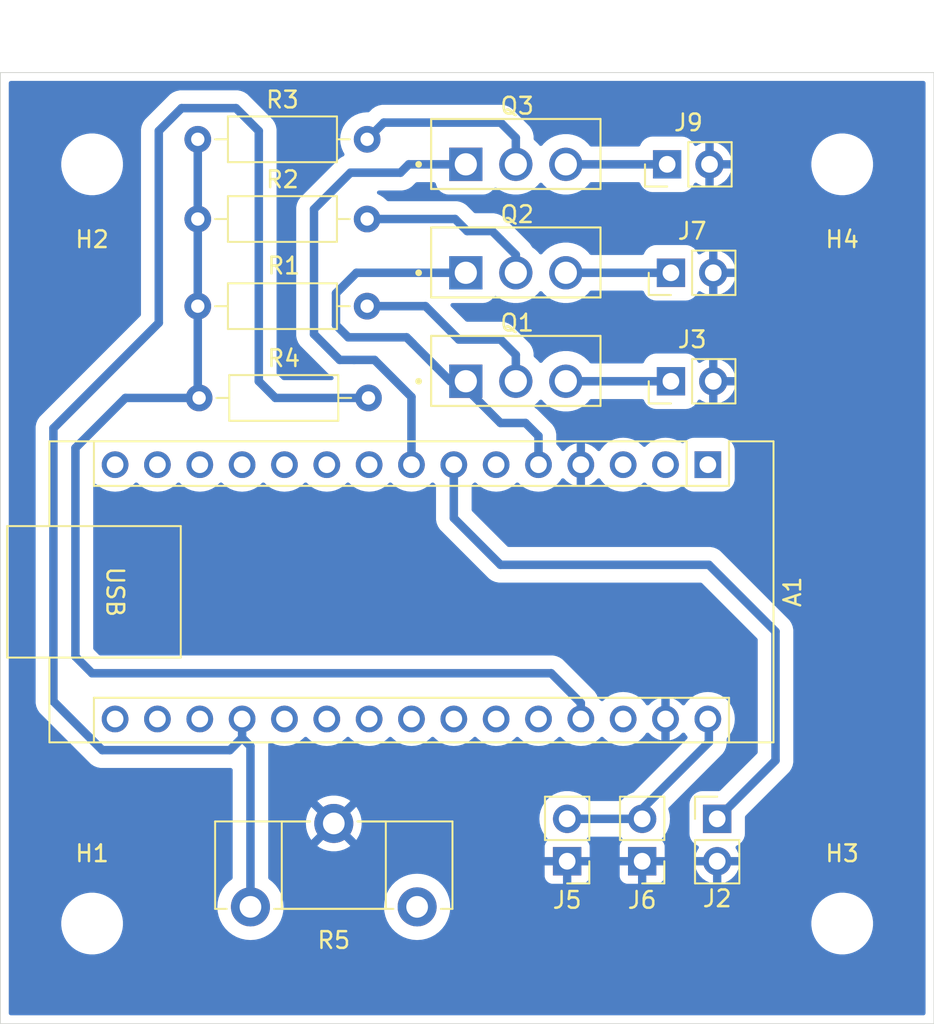
<source format=kicad_pcb>
(kicad_pcb (version 20240108) (generator "pcbnew") (generator_version "8.0")
  (title_block (title "Emily Song") (date "2025-02-25") (rev "v1.3.0") (company "Duke University"))
  (layers (0 "F.Cu" signal) (31 "B.Cu" signal) (34 "B.Paste" user) (35 "F.Paste" user) (36 "B.SilkS" user "B.Silkscreen") (37 "F.SilkS" user "F.Silkscreen") (38 "B.Mask" user) (39 "F.Mask" user) (44 "Edge.Cuts" user))
  (net 0 "")
  (net 2 "+9V")
  (net 4 "+5V")
  (net 9 "/TRIGGER")
  (net 12 "/LED_OUT")
  (net 21 "/NOSE_LED_OUT")
  (net 26 "GND")
  (net 29 "/BRIGHT_IN")
  (net 30 "/leds/EYE1")
  (net 31 "/leds/EYE2")
  (net 32 "/leds/NOSE")
  (net 33 "Net-(Q1-Pad2)")
  (net 34 "Net-(Q2-Pad2)")
  (net 35 "Net-(Q3-Pad2)")
  (footprint "Resistor_THT:R_Axial_DIN0207_L6.3mm_D2.5mm_P10.16mm_Horizontal" (layer "F.Cu") (at 62.92 102.5)
    (property "Reference" "R4" (at 5.08 -2.37 0) (layer "F.SilkS"))
    (property "Value" "10k")
    (fp_line (start 1.04 0) (end 1.81 0) (stroke (width 0.12)) (layer "F.SilkS"))
    (fp_line (start 1.81 -1.37) (end 1.81 1.37) (stroke (width 0.12)) (layer "F.SilkS"))
    (fp_line (start 1.81 1.37) (end 8.35 1.37) (stroke (width 0.12)) (layer "F.SilkS"))
    (fp_line (start 8.35 -1.37) (end 1.81 -1.37) (stroke (width 0.12)) (layer "F.SilkS"))
    (fp_line (start 8.35 1.37) (end 8.35 -1.37) (stroke (width 0.12)) (layer "F.SilkS"))
    (fp_line (start 9.12 0) (end 8.35 0) (stroke (width 0.12)) (layer "F.SilkS"))
    (pad "1" thru_hole circle (at 0 0) (size 1.6 1.6) (drill 0.8) (layers "*.Cu" "*.Mask") (net 4 "+5V"))
    (pad "2" thru_hole oval (at 10.16 0) (size 1.6 1.6) (drill 0.8) (layers "*.Cu" "*.Mask") (net 29 "/BRIGHT_IN"))
  )
  (footprint "Connector_PinHeader_2.54mm:PinHeader_1x02_P2.54mm_Vertical" (layer "F.Cu") (at 91.225 95 90)
    (property "Reference" "J7" (at 2.5 1.275 0) (layer "F.SilkS"))
    (property "Value" "Conn_01x02_Pin")
    (fp_line (start -1.33 -1.33) (end 0 -1.33) (stroke (width 0.12)) (layer "F.SilkS"))
    (fp_line (start -1.33 0) (end -1.33 -1.33) (stroke (width 0.12)) (layer "F.SilkS"))
    (fp_line (start 1.33 1.27) (end 1.33 3.87) (stroke (width 0.12)) (layer "F.SilkS"))
    (fp_line (start -1.33 1.27) (end 1.33 1.27) (stroke (width 0.12)) (layer "F.SilkS"))
    (fp_line (start -1.33 1.27) (end -1.33 3.87) (stroke (width 0.12)) (layer "F.SilkS"))
    (fp_line (start -1.33 3.87) (end 1.33 3.87) (stroke (width 0.12)) (layer "F.SilkS"))
    (pad "1" thru_hole rect (at 0 0 90) (size 1.7 1.7) (drill 1) (layers "*.Cu" "*.Mask") (net 31 "/leds/EYE2"))
    (pad "2" thru_hole oval (at 0 2.54 90) (size 1.7 1.7) (drill 1) (layers "*.Cu" "*.Mask") (net 26 "GND"))
  )
  (footprint "MountingHole:MountingHole_3.2mm_M3" (layer "F.Cu") (at 101.5 134)
    (property "Reference" "H3" (at 0 -4.2 0) (layer "F.SilkS"))
    (property "Value" "MountingHole")
    (pad "" np_thru_hole circle (at 0 0) (size 3.2 3.2) (drill 3.2) (layers "*.Cu" "*.Mask"))
  )
  (footprint "MountingHole:MountingHole_3.2mm_M3" (layer "F.Cu") (at 56.5 88.5)
    (property "Reference" "H2" (at 0 4.5 0) (layer "F.SilkS"))
    (property "Value" "MountingHole")
    (pad "" np_thru_hole circle (at 0 0) (size 3.2 3.2) (drill 3.2) (layers "*.Cu" "*.Mask"))
  )
  (footprint "MountingHole:MountingHole_3.2mm_M3" (layer "F.Cu") (at 101.5 88.5)
    (property "Reference" "H4" (at 0 4.5 0) (layer "F.SilkS"))
    (property "Value" "MountingHole")
    (pad "" np_thru_hole circle (at 0 0) (size 3.2 3.2) (drill 3.2) (layers "*.Cu" "*.Mask"))
  )
  (footprint "Module:Arduino_Nano" (layer "F.Cu") (at 93.44 106.5 -90)
    (property "Reference" "A1" (at 7.62 -5.08 90) (layer "F.SilkS"))
    (property "Value" "Arduino_Nano_Every")
    (fp_line (start 3.68 42.04) (end 3.68 31.62) (stroke (width 0.12)) (layer "F.SilkS"))
    (fp_line (start 11.56 42.04) (end 3.68 42.04) (stroke (width 0.12)) (layer "F.SilkS"))
    (fp_line (start -1.4 39.5) (end 3.68 39.5) (stroke (width 0.12)) (layer "F.SilkS"))
    (fp_line (start 16.64 39.5) (end 11.56 39.5) (stroke (width 0.12)) (layer "F.SilkS"))
    (fp_line (start 16.64 39.5) (end 16.64 -3.94) (stroke (width 0.12)) (layer "F.SilkS"))
    (fp_line (start 1.27 36.83) (end -1.4 36.83) (stroke (width 0.12)) (layer "F.SilkS"))
    (fp_line (start 13.97 36.83) (end 16.64 36.83) (stroke (width 0.12)) (layer "F.SilkS"))
    (fp_line (start 3.68 31.62) (end 11.56 31.62) (stroke (width 0.12)) (layer "F.SilkS"))
    (fp_line (start 11.56 31.62) (end 11.56 42.04) (stroke (width 0.12)) (layer "F.SilkS"))
    (fp_line (start -1.4 1.27) (end -1.4 39.5) (stroke (width 0.12)) (layer "F.SilkS"))
    (fp_line (start 1.27 1.27) (end 1.27 36.83) (stroke (width 0.12)) (layer "F.SilkS"))
    (fp_line (start 1.27 1.27) (end -1.4 1.27) (stroke (width 0.12)) (layer "F.SilkS"))
    (fp_line (start 1.27 1.27) (end 1.27 -1.27) (stroke (width 0.12)) (layer "F.SilkS"))
    (fp_line (start 1.27 -1.27) (end -1.4 -1.27) (stroke (width 0.12)) (layer "F.SilkS"))
    (fp_line (start 13.97 -1.27) (end 13.97 36.83) (stroke (width 0.12)) (layer "F.SilkS"))
    (fp_line (start 13.97 -1.27) (end 16.64 -1.27) (stroke (width 0.12)) (layer "F.SilkS"))
    (fp_line (start -1.4 -3.94) (end -1.4 -1.27) (stroke (width 0.12)) (layer "F.SilkS"))
    (fp_line (start 16.64 -3.94) (end -1.4 -3.94) (stroke (width 0.12)) (layer "F.SilkS"))
    (fp_text user "USB" (at 7.62 35.56 -90) (layer "F.SilkS"))
    (pad "1" thru_hole rect (at 0 0 270) (size 1.6 1.6) (drill 1) (layers "*.Cu" "*.Mask"))
    (pad "2" thru_hole oval (at 0 2.54 270) (size 1.6 1.6) (drill 1) (layers "*.Cu" "*.Mask"))
    (pad "3" thru_hole oval (at 0 5.08 270) (size 1.6 1.6) (drill 1) (layers "*.Cu" "*.Mask"))
    (pad "4" thru_hole oval (at 0 7.62 270) (size 1.6 1.6) (drill 1) (layers "*.Cu" "*.Mask") (net 26 "GND"))
    (pad "5" thru_hole oval (at 0 10.16 270) (size 1.6 1.6) (drill 1) (layers "*.Cu" "*.Mask") (net 12 "/LED_OUT"))
    (pad "6" thru_hole oval (at 0 12.7 270) (size 1.6 1.6) (drill 1) (layers "*.Cu" "*.Mask"))
    (pad "7" thru_hole oval (at 0 15.24 270) (size 1.6 1.6) (drill 1) (layers "*.Cu" "*.Mask") (net 9 "/TRIGGER"))
    (pad "8" thru_hole oval (at 0 17.78 270) (size 1.6 1.6) (drill 1) (layers "*.Cu" "*.Mask") (net 21 "/NOSE_LED_OUT"))
    (pad "9" thru_hole oval (at 0 20.32 270) (size 1.6 1.6) (drill 1) (layers "*.Cu" "*.Mask"))
    (pad "10" thru_hole oval (at 0 22.86 270) (size 1.6 1.6) (drill 1) (layers "*.Cu" "*.Mask"))
    (pad "11" thru_hole oval (at 0 25.4 270) (size 1.6 1.6) (drill 1) (layers "*.Cu" "*.Mask"))
    (pad "12" thru_hole oval (at 0 27.94 270) (size 1.6 1.6) (drill 1) (layers "*.Cu" "*.Mask"))
    (pad "13" thru_hole oval (at 0 30.48 270) (size 1.6 1.6) (drill 1) (layers "*.Cu" "*.Mask"))
    (pad "14" thru_hole oval (at 0 33.02 270) (size 1.6 1.6) (drill 1) (layers "*.Cu" "*.Mask"))
    (pad "15" thru_hole oval (at 0 35.56 270) (size 1.6 1.6) (drill 1) (layers "*.Cu" "*.Mask"))
    (pad "16" thru_hole oval (at 15.24 35.56 270) (size 1.6 1.6) (drill 1) (layers "*.Cu" "*.Mask"))
    (pad "17" thru_hole oval (at 15.24 33.02 270) (size 1.6 1.6) (drill 1) (layers "*.Cu" "*.Mask"))
    (pad "18" thru_hole oval (at 15.24 30.48 270) (size 1.6 1.6) (drill 1) (layers "*.Cu" "*.Mask"))
    (pad "19" thru_hole oval (at 15.24 27.94 270) (size 1.6 1.6) (drill 1) (layers "*.Cu" "*.Mask") (net 29 "/BRIGHT_IN"))
    (pad "20" thru_hole oval (at 15.24 25.4 270) (size 1.6 1.6) (drill 1) (layers "*.Cu" "*.Mask"))
    (pad "21" thru_hole oval (at 15.24 22.86 270) (size 1.6 1.6) (drill 1) (layers "*.Cu" "*.Mask"))
    (pad "22" thru_hole oval (at 15.24 20.32 270) (size 1.6 1.6) (drill 1) (layers "*.Cu" "*.Mask"))
    (pad "23" thru_hole oval (at 15.24 17.78 270) (size 1.6 1.6) (drill 1) (layers "*.Cu" "*.Mask"))
    (pad "24" thru_hole oval (at 15.24 15.24 270) (size 1.6 1.6) (drill 1) (layers "*.Cu" "*.Mask"))
    (pad "25" thru_hole oval (at 15.24 12.7 270) (size 1.6 1.6) (drill 1) (layers "*.Cu" "*.Mask"))
    (pad "26" thru_hole oval (at 15.24 10.16 270) (size 1.6 1.6) (drill 1) (layers "*.Cu" "*.Mask"))
    (pad "27" thru_hole oval (at 15.24 7.62 270) (size 1.6 1.6) (drill 1) (layers "*.Cu" "*.Mask") (net 4 "+5V"))
    (pad "28" thru_hole oval (at 15.24 5.08 270) (size 1.6 1.6) (drill 1) (layers "*.Cu" "*.Mask"))
    (pad "29" thru_hole oval (at 15.24 2.54 270) (size 1.6 1.6) (drill 1) (layers "*.Cu" "*.Mask") (net 26 "GND"))
    (pad "30" thru_hole oval (at 15.24 0 270) (size 1.6 1.6) (drill 1) (layers "*.Cu" "*.Mask") (net 2 "+9V"))
  )
  (footprint "Potentiometer_THT:Potentiometer_ACP_CA14-H5_Horizontal" (layer "F.Cu") (at 66 133 90)
    (property "Reference" "R5" (at -2 5 0) (layer "F.SilkS"))
    (property "Value" "20k")
    (fp_line (start 5.12 -2.12) (end 5.12 3.575) (stroke (width 0.12)) (layer "F.SilkS"))
    (fp_line (start -0.121 -2.12) (end 5.12 -2.12) (stroke (width 0.12)) (layer "F.SilkS"))
    (fp_line (start -0.121 -2.12) (end -0.121 -1.426) (stroke (width 0.12)) (layer "F.SilkS"))
    (fp_line (start -0.121 1.426) (end -0.121 8.575) (stroke (width 0.12)) (layer "F.SilkS"))
    (fp_line (start 5.12 1.88) (end 5.12 3.575) (stroke (width 0.12)) (layer "F.SilkS"))
    (fp_line (start -0.121 1.88) (end 5.12 1.88) (stroke (width 0.12)) (layer "F.SilkS"))
    (fp_line (start -0.121 1.88) (end -0.121 8.121) (stroke (width 0.12)) (layer "F.SilkS"))
    (fp_line (start 5.12 6.425) (end 5.12 8.121) (stroke (width 0.12)) (layer "F.SilkS"))
    (fp_line (start 5.12 6.425) (end 5.12 12.12) (stroke (width 0.12)) (layer "F.SilkS"))
    (fp_line (start -0.121 8.121) (end 5.12 8.121) (stroke (width 0.12)) (layer "F.SilkS"))
    (fp_line (start -0.121 11.425) (end -0.121 12.12) (stroke (width 0.12)) (layer "F.SilkS"))
    (fp_line (start -0.121 12.12) (end 5.12 12.12) (stroke (width 0.12)) (layer "F.SilkS"))
    (pad "1" thru_hole circle (at 0 0 90) (size 2.34 2.34) (drill 1.3) (layers "*.Cu" "*.Mask") (net 29 "/BRIGHT_IN"))
    (pad "2" thru_hole circle (at 5 5 90) (size 2.34 2.34) (drill 1.3) (layers "*.Cu" "*.Mask") (net 26 "GND"))
    (pad "3" thru_hole circle (at 0 10 90) (size 2.34 2.34) (drill 1.3) (layers "*.Cu" "*.Mask"))
  )
  (footprint "Resistor_THT:R_Axial_DIN0207_L6.3mm_D2.5mm_P10.16mm_Horizontal" (layer "F.Cu") (at 62.84 97)
    (property "Reference" "R1" (at 5.16 -2.42 0) (layer "F.SilkS"))
    (property "Value" "1k")
    (fp_line (start 1.04 0) (end 1.81 0) (stroke (width 0.12)) (layer "F.SilkS"))
    (fp_line (start 1.81 -1.37) (end 1.81 1.37) (stroke (width 0.12)) (layer "F.SilkS"))
    (fp_line (start 1.81 1.37) (end 8.35 1.37) (stroke (width 0.12)) (layer "F.SilkS"))
    (fp_line (start 8.35 -1.37) (end 1.81 -1.37) (stroke (width 0.12)) (layer "F.SilkS"))
    (fp_line (start 8.35 1.37) (end 8.35 -1.37) (stroke (width 0.12)) (layer "F.SilkS"))
    (fp_line (start 9.12 0) (end 8.35 0) (stroke (width 0.12)) (layer "F.SilkS"))
    (pad "1" thru_hole circle (at 0 0) (size 1.6 1.6) (drill 0.8) (layers "*.Cu" "*.Mask") (net 4 "+5V"))
    (pad "2" thru_hole oval (at 10.16 0) (size 1.6 1.6) (drill 0.8) (layers "*.Cu" "*.Mask") (net 33 "Net-(Q1-Pad2)"))
  )
  (footprint "MountingHole:MountingHole_3.2mm_M3" (layer "F.Cu") (at 56.5 134)
    (property "Reference" "H1" (at 0 -4.2 0) (layer "F.SilkS"))
    (property "Value" "MountingHole")
    (pad "" np_thru_hole circle (at 0 0) (size 3.2 3.2) (drill 3.2) (layers "*.Cu" "*.Mask"))
  )
  (footprint "Connector_PinHeader_2.54mm:PinHeader_1x02_P2.54mm_Vertical" (layer "F.Cu") (at 91 88.5 90)
    (property "Reference" "J9" (at 2.5 1.275 0) (layer "F.SilkS"))
    (property "Value" "Conn_01x02_Pin")
    (fp_line (start -1.33 -1.33) (end 0 -1.33) (stroke (width 0.12)) (layer "F.SilkS"))
    (fp_line (start -1.33 0) (end -1.33 -1.33) (stroke (width 0.12)) (layer "F.SilkS"))
    (fp_line (start 1.33 1.27) (end 1.33 3.87) (stroke (width 0.12)) (layer "F.SilkS"))
    (fp_line (start -1.33 1.27) (end 1.33 1.27) (stroke (width 0.12)) (layer "F.SilkS"))
    (fp_line (start -1.33 1.27) (end -1.33 3.87) (stroke (width 0.12)) (layer "F.SilkS"))
    (fp_line (start -1.33 3.87) (end 1.33 3.87) (stroke (width 0.12)) (layer "F.SilkS"))
    (pad "1" thru_hole rect (at 0 0 90) (size 1.7 1.7) (drill 1) (layers "*.Cu" "*.Mask") (net 32 "/leds/NOSE"))
    (pad "2" thru_hole oval (at 0 2.54 90) (size 1.7 1.7) (drill 1) (layers "*.Cu" "*.Mask") (net 26 "GND"))
  )
  (footprint "IRFZ44N:TO254P1016X419X2286-3" (layer "F.Cu") (at 81.92 88.5)
    (property "Reference" "Q3" (at 0.08 -3.5 0) (layer "F.SilkS"))
    (property "Value" "IRFZ44N")
    (fp_line (start -5.08 -2.7175) (end 5.08 -2.7175) (stroke (width 0.127)) (layer "F.SilkS"))
    (fp_line (start -5.08 1.4775) (end -5.08 -2.7175) (stroke (width 0.127)) (layer "F.SilkS"))
    (fp_line (start 5.08 -2.7175) (end 5.08 1.4775) (stroke (width 0.127)) (layer "F.SilkS"))
    (fp_line (start 5.08 1.4775) (end -5.08 1.4775) (stroke (width 0.127)) (layer "F.SilkS"))
    (fp_circle (center -5.83 0) (end -5.73 0) (stroke (width 0.2)) (fill none) (layer "F.SilkS"))
    (pad "1" thru_hole rect (at -3 0) (size 1.995 1.995) (drill 1.33) (layers "*.Cu" "*.Mask") (net 21 "/NOSE_LED_OUT"))
    (pad "2" thru_hole circle (at 0 0) (size 1.995 1.995) (drill 1.33) (layers "*.Cu" "*.Mask") (net 35 "Net-(Q3-Pad2)"))
    (pad "3" thru_hole circle (at 3 0) (size 1.995 1.995) (drill 1.33) (layers "*.Cu" "*.Mask") (net 32 "/leds/NOSE"))
  )
  (footprint "Connector_PinHeader_2.54mm:PinHeader_1x02_P2.54mm_Vertical" (layer "F.Cu") (at 91.225 101.5 90)
    (property "Reference" "J3" (at 2.5 1.275 0) (layer "F.SilkS"))
    (property "Value" "Conn_01x02_Pin")
    (fp_line (start -1.33 -1.33) (end 0 -1.33) (stroke (width 0.12)) (layer "F.SilkS"))
    (fp_line (start -1.33 0) (end -1.33 -1.33) (stroke (width 0.12)) (layer "F.SilkS"))
    (fp_line (start 1.33 1.27) (end 1.33 3.87) (stroke (width 0.12)) (layer "F.SilkS"))
    (fp_line (start -1.33 1.27) (end 1.33 1.27) (stroke (width 0.12)) (layer "F.SilkS"))
    (fp_line (start -1.33 1.27) (end -1.33 3.87) (stroke (width 0.12)) (layer "F.SilkS"))
    (fp_line (start -1.33 3.87) (end 1.33 3.87) (stroke (width 0.12)) (layer "F.SilkS"))
    (pad "1" thru_hole rect (at 0 0 90) (size 1.7 1.7) (drill 1) (layers "*.Cu" "*.Mask") (net 30 "/leds/EYE1"))
    (pad "2" thru_hole oval (at 0 2.54 90) (size 1.7 1.7) (drill 1) (layers "*.Cu" "*.Mask") (net 26 "GND"))
  )
  (footprint "Resistor_THT:R_Axial_DIN0207_L6.3mm_D2.5mm_P10.16mm_Horizontal" (layer "F.Cu") (at 62.84 87)
    (property "Reference" "R3" (at 5.08 -2.37 0) (layer "F.SilkS"))
    (property "Value" "1k")
    (fp_line (start 1.04 0) (end 1.81 0) (stroke (width 0.12)) (layer "F.SilkS"))
    (fp_line (start 1.81 -1.37) (end 1.81 1.37) (stroke (width 0.12)) (layer "F.SilkS"))
    (fp_line (start 1.81 1.37) (end 8.35 1.37) (stroke (width 0.12)) (layer "F.SilkS"))
    (fp_line (start 8.35 -1.37) (end 1.81 -1.37) (stroke (width 0.12)) (layer "F.SilkS"))
    (fp_line (start 8.35 1.37) (end 8.35 -1.37) (stroke (width 0.12)) (layer "F.SilkS"))
    (fp_line (start 9.12 0) (end 8.35 0) (stroke (width 0.12)) (layer "F.SilkS"))
    (pad "1" thru_hole circle (at 0 0) (size 1.6 1.6) (drill 0.8) (layers "*.Cu" "*.Mask") (net 4 "+5V"))
    (pad "2" thru_hole oval (at 10.16 0) (size 1.6 1.6) (drill 0.8) (layers "*.Cu" "*.Mask") (net 35 "Net-(Q3-Pad2)"))
  )
  (footprint "Connector_PinHeader_2.54mm:PinHeader_1x02_P2.54mm_Vertical" (layer "F.Cu") (at 94 127.725)
    (property "Reference" "J2" (at 0 4.775 0) (layer "F.SilkS"))
    (property "Value" "Conn_01x02_Pin")
    (fp_line (start -1.33 -1.33) (end 0 -1.33) (stroke (width 0.12)) (layer "F.SilkS"))
    (fp_line (start -1.33 0) (end -1.33 -1.33) (stroke (width 0.12)) (layer "F.SilkS"))
    (fp_line (start -1.33 1.27) (end -1.33 3.87) (stroke (width 0.12)) (layer "F.SilkS"))
    (fp_line (start -1.33 1.27) (end 1.33 1.27) (stroke (width 0.12)) (layer "F.SilkS"))
    (fp_line (start -1.33 3.87) (end 1.33 3.87) (stroke (width 0.12)) (layer "F.SilkS"))
    (fp_line (start 1.33 1.27) (end 1.33 3.87) (stroke (width 0.12)) (layer "F.SilkS"))
    (pad "1" thru_hole rect (at 0 0) (size 1.7 1.7) (drill 1) (layers "*.Cu" "*.Mask") (net 9 "/TRIGGER"))
    (pad "2" thru_hole oval (at 0 2.54) (size 1.7 1.7) (drill 1) (layers "*.Cu" "*.Mask") (net 26 "GND"))
  )
  (footprint "Resistor_THT:R_Axial_DIN0207_L6.3mm_D2.5mm_P10.16mm_Horizontal" (layer "F.Cu") (at 62.84 91.777817)
    (property "Reference" "R2" (at 5.08 -2.37 0) (layer "F.SilkS"))
    (property "Value" "1k")
    (fp_line (start 1.04 0) (end 1.81 0) (stroke (width 0.12)) (layer "F.SilkS"))
    (fp_line (start 1.81 -1.37) (end 1.81 1.37) (stroke (width 0.12)) (layer "F.SilkS"))
    (fp_line (start 1.81 1.37) (end 8.35 1.37) (stroke (width 0.12)) (layer "F.SilkS"))
    (fp_line (start 8.35 -1.37) (end 1.81 -1.37) (stroke (width 0.12)) (layer "F.SilkS"))
    (fp_line (start 8.35 1.37) (end 8.35 -1.37) (stroke (width 0.12)) (layer "F.SilkS"))
    (fp_line (start 9.12 0) (end 8.35 0) (stroke (width 0.12)) (layer "F.SilkS"))
    (pad "1" thru_hole circle (at 0 0) (size 1.6 1.6) (drill 0.8) (layers "*.Cu" "*.Mask") (net 4 "+5V"))
    (pad "2" thru_hole oval (at 10.16 0) (size 1.6 1.6) (drill 0.8) (layers "*.Cu" "*.Mask") (net 34 "Net-(Q2-Pad2)"))
  )
  (footprint "IRFZ44N:TO254P1016X419X2286-3" (layer "F.Cu") (at 81.92 95)
    (property "Reference" "Q2" (at 0.08 -3.5 0) (layer "F.SilkS"))
    (property "Value" "IRFZ44N")
    (fp_line (start -5.08 -2.7175) (end 5.08 -2.7175) (stroke (width 0.127)) (layer "F.SilkS"))
    (fp_line (start -5.08 1.4775) (end -5.08 -2.7175) (stroke (width 0.127)) (layer "F.SilkS"))
    (fp_line (start 5.08 -2.7175) (end 5.08 1.4775) (stroke (width 0.127)) (layer "F.SilkS"))
    (fp_line (start 5.08 1.4775) (end -5.08 1.4775) (stroke (width 0.127)) (layer "F.SilkS"))
    (fp_circle (center -5.83 0) (end -5.73 0) (stroke (width 0.2)) (fill none) (layer "F.SilkS"))
    (pad "1" thru_hole rect (at -3 0) (size 1.995 1.995) (drill 1.33) (layers "*.Cu" "*.Mask") (net 12 "/LED_OUT"))
    (pad "2" thru_hole circle (at 0 0) (size 1.995 1.995) (drill 1.33) (layers "*.Cu" "*.Mask") (net 34 "Net-(Q2-Pad2)"))
    (pad "3" thru_hole circle (at 3 0) (size 1.995 1.995) (drill 1.33) (layers "*.Cu" "*.Mask") (net 31 "/leds/EYE2"))
  )
  (footprint "Connector_PinHeader_2.54mm:PinHeader_1x02_P2.54mm_Vertical" (layer "F.Cu") (at 85 130.265 180)
    (property "Reference" "J5" (at 0 -2.33 180) (layer "F.SilkS"))
    (property "Value" "Conn_01x02_Pin")
    (fp_line (start 1.33 1.27) (end 1.33 3.87) (stroke (width 0.12)) (layer "F.SilkS"))
    (fp_line (start -1.33 3.87) (end 1.33 3.87) (stroke (width 0.12)) (layer "F.SilkS"))
    (fp_line (start -1.33 1.27) (end 1.33 1.27) (stroke (width 0.12)) (layer "F.SilkS"))
    (fp_line (start -1.33 1.27) (end -1.33 3.87) (stroke (width 0.12)) (layer "F.SilkS"))
    (fp_line (start -1.33 0) (end -1.33 -1.33) (stroke (width 0.12)) (layer "F.SilkS"))
    (fp_line (start -1.33 -1.33) (end 0 -1.33) (stroke (width 0.12)) (layer "F.SilkS"))
    (pad "1" thru_hole rect (at 0 0 180) (size 1.7 1.7) (drill 1) (layers "*.Cu" "*.Mask") (net 26 "GND"))
    (pad "2" thru_hole oval (at 0 2.54 180) (size 1.7 1.7) (drill 1) (layers "*.Cu" "*.Mask") (net 2 "+9V"))
  )
  (footprint "Connector_PinHeader_2.54mm:PinHeader_1x02_P2.54mm_Vertical" (layer "F.Cu") (at 89.5 130.265 180)
    (property "Reference" "J6" (at 0 -2.33 180) (layer "F.SilkS"))
    (property "Value" "Conn_01x02_Socket")
    (fp_line (start 1.33 1.27) (end 1.33 3.87) (stroke (width 0.12)) (layer "F.SilkS"))
    (fp_line (start -1.33 3.87) (end 1.33 3.87) (stroke (width 0.12)) (layer "F.SilkS"))
    (fp_line (start -1.33 1.27) (end 1.33 1.27) (stroke (width 0.12)) (layer "F.SilkS"))
    (fp_line (start -1.33 1.27) (end -1.33 3.87) (stroke (width 0.12)) (layer "F.SilkS"))
    (fp_line (start -1.33 0) (end -1.33 -1.33) (stroke (width 0.12)) (layer "F.SilkS"))
    (fp_line (start -1.33 -1.33) (end 0 -1.33) (stroke (width 0.12)) (layer "F.SilkS"))
    (pad "1" thru_hole rect (at 0 0 180) (size 1.7 1.7) (drill 1) (layers "*.Cu" "*.Mask") (net 26 "GND"))
    (pad "2" thru_hole oval (at 0 2.54 180) (size 1.7 1.7) (drill 1) (layers "*.Cu" "*.Mask") (net 2 "+9V"))
  )
  (footprint "IRFZ44N:TO254P1016X419X2286-3" (layer "F.Cu") (at 81.92 101.5)
    (property "Reference" "Q1" (at 0.08 -3.5 0) (layer "F.SilkS"))
    (property "Value" "IRFZ44N")
    (fp_line (start -5.08 -2.7175) (end 5.08 -2.7175) (stroke (width 0.127)) (layer "F.SilkS"))
    (fp_line (start -5.08 1.4775) (end -5.08 -2.7175) (stroke (width 0.127)) (layer "F.SilkS"))
    (fp_line (start 5.08 -2.7175) (end 5.08 1.4775) (stroke (width 0.127)) (layer "F.SilkS"))
    (fp_line (start 5.08 1.4775) (end -5.08 1.4775) (stroke (width 0.127)) (layer "F.SilkS"))
    (fp_circle (center -5.83 0) (end -5.73 0) (stroke (width 0.2)) (fill none) (layer "F.SilkS"))
    (pad "1" thru_hole rect (at -3 0) (size 1.995 1.995) (drill 1.33) (layers "*.Cu" "*.Mask") (net 12 "/LED_OUT"))
    (pad "2" thru_hole circle (at 0 0) (size 1.995 1.995) (drill 1.33) (layers "*.Cu" "*.Mask") (net 33 "Net-(Q1-Pad2)"))
    (pad "3" thru_hole circle (at 3 0) (size 1.995 1.995) (drill 1.33) (layers "*.Cu" "*.Mask") (net 30 "/leds/EYE1"))
  )
  (gr_rect (start 51 83) (end 107 140) (stroke (width 0.05)) (fill none) (layer "Edge.Cuts"))
  (segment (start 93.5 123.132106) (end 93.5 122) (width 0.508) (layer "B.Cu") (net 2))
  (segment (start 85 127.725) (end 89.5 127.725) (width 0.508) (layer "B.Cu") (net 2))
  (segment (start 89.5 127.132106) (end 93.5 123.132106) (width 0.508) (layer "B.Cu") (net 2))
  (segment (start 89.5 127.725) (end 89.5 127.132106) (width 0.508) (layer "B.Cu") (net 2))
  (segment (start 93.5 122) (end 93.5 121.8) (width 0.508) (layer "B.Cu") (net 2))
  (segment (start 62.84 97) (end 62.84 101.92) (width 0.508) (layer "B.Cu") (net 4))
  (segment (start 58.5 102.5) (end 55.5 105.5) (width 0.508) (layer "B.Cu") (net 4))
  (segment (start 62.84 91.777817) (end 62.84 97) (width 0.508) (layer "B.Cu") (net 4))
  (segment (start 84.04 119) (end 85.82 120.78) (width 0.508) (layer "B.Cu") (net 4))
  (segment (start 55.5 105.5) (end 55.5 118) (width 0.508) (layer "B.Cu") (net 4))
  (segment (start 62.84 87) (end 62.84 91.777817) (width 0.508) (layer "B.Cu") (net 4))
  (segment (start 62.84 101.92) (end 62.92 102) (width 0.508) (layer "B.Cu") (net 4))
  (segment (start 56.5 119) (end 84.04 119) (width 0.508) (layer "B.Cu") (net 4))
  (segment (start 62.92 102.5) (end 58.5 102.5) (width 0.508) (layer "B.Cu") (net 4))
  (segment (start 85.82 120.78) (end 85.82 121.74) (width 0.508) (layer "B.Cu") (net 4))
  (segment (start 55.5 118) (end 56.5 119) (width 0.508) (layer "B.Cu") (net 4))
  (segment (start 78.2 106.5) (end 78.2 109.7) (width 0.508) (layer "B.Cu") (net 9))
  (segment (start 81 112.5) (end 93.5 112.5) (width 0.508) (layer "B.Cu") (net 9))
  (segment (start 97.5 124.225) (end 94 127.725) (width 0.508) (layer "B.Cu") (net 9))
  (segment (start 78.2 109.7) (end 81 112.5) (width 0.508) (layer "B.Cu") (net 9))
  (segment (start 93.5 112.5) (end 97.5 116.5) (width 0.508) (layer "B.Cu") (net 9))
  (segment (start 97.5 116.5) (end 97.5 124.225) (width 0.508) (layer "B.Cu") (net 9))
  (segment (start 71.866799 98.8668) (end 75.3668 98.8668) (width 0.508) (layer "B.Cu") (net 12))
  (segment (start 71.1332 98.133201) (end 71.866799 98.8668) (width 0.508) (layer "B.Cu") (net 12))
  (segment (start 78 101.5) (end 79.38 101.5) (width 0.508) (layer "B.Cu") (net 12))
  (segment (start 75.75 99.25) (end 78 101.5) (width 0.508) (layer "B.Cu") (net 12))
  (segment (start 75.5 99) (end 75.75 99.25) (width 0.508) (layer "B.Cu") (net 12))
  (segment (start 79.38 95) (end 72.359946 95) (width 0.508) (layer "B.Cu") (net 12))
  (segment (start 81 104) (end 82.5 104) (width 0.508) (layer "B.Cu") (net 12))
  (segment (start 82.5 104) (end 83.28 104.78) (width 0.508) (layer "B.Cu") (net 12))
  (segment (start 75.3668 98.8668) (end 75.75 99.25) (width 0.508) (layer "B.Cu") (net 12))
  (segment (start 71.1332 96.226746) (end 71.1332 98.133201) (width 0.508) (layer "B.Cu") (net 12))
  (segment (start 79.38 101.5) (end 79.38 102.38) (width 0.508) (layer "B.Cu") (net 12))
  (segment (start 83.28 104.78) (end 83.28 106.5) (width 0.508) (layer "B.Cu") (net 12))
  (segment (start 72.359946 95) (end 71.1332 96.226746) (width 0.508) (layer "B.Cu") (net 12))
  (segment (start 79.38 102.38) (end 81 104) (width 0.508) (layer "B.Cu") (net 12))
  (segment (start 79.38 88.5) (end 75.5 88.5) (width 0.508) (layer "B.Cu") (net 21))
  (segment (start 73.440027 100.219973) (end 75.66 102.439946) (width 0.508) (layer "B.Cu") (net 21))
  (segment (start 75.66 102.439946) (end 75.66 106.5) (width 0.508) (layer "B.Cu") (net 21))
  (segment (start 69.8124 91.1876) (end 69.8124 98.680295) (width 0.508) (layer "B.Cu") (net 21))
  (segment (start 75 89) (end 72 89) (width 0.508) (layer "B.Cu") (net 21))
  (segment (start 72 89) (end 69.8124 91.1876) (width 0.508) (layer "B.Cu") (net 21))
  (segment (start 72.219973 100.219973) (end 73.440027 100.219973) (width 0.508) (layer "B.Cu") (net 21))
  (segment (start 71.352078 100.219973) (end 72.219973 100.219973) (width 0.508) (layer "B.Cu") (net 21))
  (segment (start 69.8124 98.680295) (end 71.352078 100.219973) (width 0.508) (layer "B.Cu") (net 21))
  (segment (start 75.5 88.5) (end 75 89) (width 0.508) (layer "B.Cu") (net 21))
  (segment (start 66.5 101.5) (end 66.5 86.5) (width 0.508) (layer "B.Cu") (net 29))
  (segment (start 66 123.37137) (end 65.5 122.87137) (width 0.508) (layer "B.Cu") (net 29))
  (segment (start 61.8668 85.1332) (end 60.5 86.5) (width 0.508) (layer "B.Cu") (net 29))
  (segment (start 66.5 86.5) (end 65.1332 85.1332) (width 0.508) (layer "B.Cu") (net 29))
  (segment (start 54.1792 104.3208) (end 54.1792 120.679254) (width 0.508) (layer "B.Cu") (net 29))
  (segment (start 73.08 102.5) (end 67.5 102.5) (width 0.508) (layer "B.Cu") (net 29))
  (segment (start 60.5 98) (end 54.1792 104.3208) (width 0.508) (layer "B.Cu") (net 29))
  (segment (start 65.5 122.87137) (end 65.5 121.74) (width 0.508) (layer "B.Cu") (net 29))
  (segment (start 67.5 102.5) (end 66.5 101.5) (width 0.508) (layer "B.Cu") (net 29))
  (segment (start 60.5 86.5) (end 60.5 98) (width 0.508) (layer "B.Cu") (net 29))
  (segment (start 65.1332 85.1332) (end 61.8668 85.1332) (width 0.508) (layer "B.Cu") (net 29))
  (segment (start 54.1792 120.679254) (end 57.106746 123.6068) (width 0.508) (layer "B.Cu") (net 29))
  (segment (start 57.106746 123.6068) (end 64.76457 123.6068) (width 0.508) (layer "B.Cu") (net 29))
  (segment (start 64.76457 123.6068) (end 65.5 122.87137) (width 0.508) (layer "B.Cu") (net 29))
  (segment (start 66 133) (end 66 123.37137) (width 0.508) (layer "B.Cu") (net 29))
  (segment (start 84.46 101.5) (end 91.225 101.5) (width 0.508) (layer "B.Cu") (net 30))
  (segment (start 84.46 95) (end 91.225 95) (width 0.508) (layer "B.Cu") (net 31))
  (segment (start 84.46 88.5) (end 91 88.5) (width 0.508) (layer "B.Cu") (net 32))
  (segment (start 78.5 99) (end 81 99) (width 0.508) (layer "B.Cu") (net 33))
  (segment (start 73 97) (end 76.5 97) (width 0.508) (layer "B.Cu") (net 33))
  (segment (start 81.92 99.92) (end 81.92 101.5) (width 0.508) (layer "B.Cu") (net 33))
  (segment (start 76.5 97) (end 78.5 99) (width 0.508) (layer "B.Cu") (net 33))
  (segment (start 81 99) (end 81.92 99.92) (width 0.508) (layer "B.Cu") (net 33))
  (segment (start 80.5 92.5) (end 81 93) (width 0.508) (layer "B.Cu") (net 34))
  (segment (start 81.92 93.92) (end 81.92 95) (width 0.508) (layer "B.Cu") (net 34))
  (segment (start 73 91.777817) (end 78.277817 91.777817) (width 0.508) (layer "B.Cu") (net 34))
  (segment (start 78.277817 91.777817) (end 79 92.5) (width 0.508) (layer "B.Cu") (net 34))
  (segment (start 79 92.5) (end 80.5 92.5) (width 0.508) (layer "B.Cu") (net 34))
  (segment (start 81 93) (end 81.92 93.92) (width 0.508) (layer "B.Cu") (net 34))
  (segment (start 74 86) (end 73 87) (width 0.508) (layer "B.Cu") (net 35))
  (segment (start 81.0086 86) (end 74 86) (width 0.508) (layer "B.Cu") (net 35))
  (segment (start 81.92 88.5) (end 81.92 86.9114) (width 0.508) (layer "B.Cu") (net 35))
  (segment (start 81.92 86.9114) (end 81.0086 86) (width 0.508) (layer "B.Cu") (net 35))
  (zone (net 26) (net_name "GND") (layer "B.Cu") (connect_pads (clearance 0.8128)) (min_thickness 0.25) (fill yes (thermal_gap 0.5) (thermal_bridge_width 0.5))
    (polygon (pts (xy 107 83) (xy 107 140) (xy 51 140) (xy 51 83)))
  )
)
</source>
